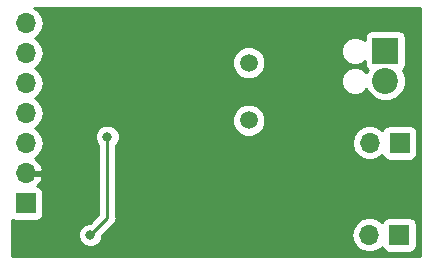
<source format=gbl>
G04 #@! TF.GenerationSoftware,KiCad,Pcbnew,(5.0.1)-4*
G04 #@! TF.CreationDate,2018-11-19T23:15:06-05:00*
G04 #@! TF.ProjectId,CAN_Bus_Arduino,43414E5F4275735F41726475696E6F2E,rev?*
G04 #@! TF.SameCoordinates,Original*
G04 #@! TF.FileFunction,Copper,L2,Bot,Signal*
G04 #@! TF.FilePolarity,Positive*
%FSLAX46Y46*%
G04 Gerber Fmt 4.6, Leading zero omitted, Abs format (unit mm)*
G04 Created by KiCad (PCBNEW (5.0.1)-4) date 2018-11-19 11:15:06 PM*
%MOMM*%
%LPD*%
G01*
G04 APERTURE LIST*
G04 #@! TA.AperFunction,ComponentPad*
%ADD10R,2.200000X2.200000*%
G04 #@! TD*
G04 #@! TA.AperFunction,ComponentPad*
%ADD11C,2.200000*%
G04 #@! TD*
G04 #@! TA.AperFunction,ComponentPad*
%ADD12R,1.700000X1.700000*%
G04 #@! TD*
G04 #@! TA.AperFunction,ComponentPad*
%ADD13O,1.700000X1.700000*%
G04 #@! TD*
G04 #@! TA.AperFunction,ComponentPad*
%ADD14C,1.500000*%
G04 #@! TD*
G04 #@! TA.AperFunction,ViaPad*
%ADD15C,0.800000*%
G04 #@! TD*
G04 #@! TA.AperFunction,Conductor*
%ADD16C,0.250000*%
G04 #@! TD*
G04 #@! TA.AperFunction,Conductor*
%ADD17C,0.254000*%
G04 #@! TD*
G04 APERTURE END LIST*
D10*
G04 #@! TO.P,J2,1*
G04 #@! TO.N,Net-(J2-Pad1)*
X236347000Y-105867200D03*
D11*
G04 #@! TO.P,J2,2*
G04 #@! TO.N,Net-(J1-Pad1)*
X236347000Y-108407200D03*
G04 #@! TD*
D12*
G04 #@! TO.P,J1,1*
G04 #@! TO.N,Net-(J1-Pad1)*
X237540800Y-121462800D03*
D13*
G04 #@! TO.P,J1,2*
G04 #@! TO.N,Net-(J1-Pad2)*
X235000800Y-121462800D03*
G04 #@! TD*
G04 #@! TO.P,J3,2*
G04 #@! TO.N,Net-(J2-Pad1)*
X235026200Y-113665000D03*
D12*
G04 #@! TO.P,J3,1*
G04 #@! TO.N,Net-(J1-Pad1)*
X237566200Y-113665000D03*
G04 #@! TD*
G04 #@! TO.P,J4,1*
G04 #@! TO.N,Net-(D1-Pad2)*
X205917800Y-118770400D03*
D13*
G04 #@! TO.P,J4,2*
G04 #@! TO.N,GND*
X205917800Y-116230400D03*
G04 #@! TO.P,J4,3*
G04 #@! TO.N,Net-(J4-Pad3)*
X205917800Y-113690400D03*
G04 #@! TO.P,J4,4*
G04 #@! TO.N,Net-(J4-Pad4)*
X205917800Y-111150400D03*
G04 #@! TO.P,J4,5*
G04 #@! TO.N,Net-(J4-Pad5)*
X205917800Y-108610400D03*
G04 #@! TO.P,J4,6*
G04 #@! TO.N,Net-(J4-Pad6)*
X205917800Y-106070400D03*
G04 #@! TO.P,J4,7*
G04 #@! TO.N,Net-(J4-Pad7)*
X205917800Y-103530400D03*
G04 #@! TD*
D14*
G04 #@! TO.P,Y1,1*
G04 #@! TO.N,Net-(C3-Pad2)*
X224790000Y-111760000D03*
G04 #@! TO.P,Y1,2*
G04 #@! TO.N,Net-(C4-Pad2)*
X224790000Y-106880000D03*
G04 #@! TD*
D15*
G04 #@! TO.N,GND*
X208407000Y-102641400D03*
X221462600Y-102590600D03*
X238683800Y-102895400D03*
X229844600Y-102590600D03*
X230098600Y-109347000D03*
X230149400Y-115392200D03*
X207900000Y-115100000D03*
X211400000Y-119100000D03*
X207700000Y-121700000D03*
X216100000Y-121800000D03*
X220700000Y-119700000D03*
X223400000Y-122200000D03*
X216700000Y-113500000D03*
X216700000Y-105600000D03*
X228725000Y-122425000D03*
G04 #@! TO.N,Net-(R3-Pad1)*
X211378800Y-121462800D03*
X212826600Y-113157000D03*
G04 #@! TD*
D16*
G04 #@! TO.N,Net-(R3-Pad1)*
X212826600Y-120015000D02*
X212826600Y-113157000D01*
X211378800Y-121462800D02*
X212826600Y-120015000D01*
G04 #@! TD*
D17*
G04 #@! TO.N,GND*
G36*
X239265001Y-123265000D02*
X204735000Y-123265000D01*
X204735000Y-121256926D01*
X210343800Y-121256926D01*
X210343800Y-121668674D01*
X210501369Y-122049080D01*
X210792520Y-122340231D01*
X211172926Y-122497800D01*
X211584674Y-122497800D01*
X211965080Y-122340231D01*
X212256231Y-122049080D01*
X212413800Y-121668674D01*
X212413800Y-121502602D01*
X212453602Y-121462800D01*
X233486708Y-121462800D01*
X233601961Y-122042218D01*
X233930175Y-122533425D01*
X234421382Y-122861639D01*
X234854544Y-122947800D01*
X235147056Y-122947800D01*
X235580218Y-122861639D01*
X236071425Y-122533425D01*
X236083616Y-122515181D01*
X236092643Y-122560565D01*
X236232991Y-122770609D01*
X236443035Y-122910957D01*
X236690800Y-122960240D01*
X238390800Y-122960240D01*
X238638565Y-122910957D01*
X238848609Y-122770609D01*
X238988957Y-122560565D01*
X239038240Y-122312800D01*
X239038240Y-120612800D01*
X238988957Y-120365035D01*
X238848609Y-120154991D01*
X238638565Y-120014643D01*
X238390800Y-119965360D01*
X236690800Y-119965360D01*
X236443035Y-120014643D01*
X236232991Y-120154991D01*
X236092643Y-120365035D01*
X236083616Y-120410419D01*
X236071425Y-120392175D01*
X235580218Y-120063961D01*
X235147056Y-119977800D01*
X234854544Y-119977800D01*
X234421382Y-120063961D01*
X233930175Y-120392175D01*
X233601961Y-120883382D01*
X233486708Y-121462800D01*
X212453602Y-121462800D01*
X213311076Y-120605327D01*
X213374529Y-120562929D01*
X213416927Y-120499476D01*
X213416929Y-120499474D01*
X213542503Y-120311538D01*
X213542504Y-120311537D01*
X213586600Y-120089852D01*
X213586600Y-120089848D01*
X213601488Y-120015001D01*
X213586600Y-119940154D01*
X213586600Y-113860711D01*
X213704031Y-113743280D01*
X213736455Y-113665000D01*
X233512108Y-113665000D01*
X233627361Y-114244418D01*
X233955575Y-114735625D01*
X234446782Y-115063839D01*
X234879944Y-115150000D01*
X235172456Y-115150000D01*
X235605618Y-115063839D01*
X236096825Y-114735625D01*
X236109016Y-114717381D01*
X236118043Y-114762765D01*
X236258391Y-114972809D01*
X236468435Y-115113157D01*
X236716200Y-115162440D01*
X238416200Y-115162440D01*
X238663965Y-115113157D01*
X238874009Y-114972809D01*
X239014357Y-114762765D01*
X239063640Y-114515000D01*
X239063640Y-112815000D01*
X239014357Y-112567235D01*
X238874009Y-112357191D01*
X238663965Y-112216843D01*
X238416200Y-112167560D01*
X236716200Y-112167560D01*
X236468435Y-112216843D01*
X236258391Y-112357191D01*
X236118043Y-112567235D01*
X236109016Y-112612619D01*
X236096825Y-112594375D01*
X235605618Y-112266161D01*
X235172456Y-112180000D01*
X234879944Y-112180000D01*
X234446782Y-112266161D01*
X233955575Y-112594375D01*
X233627361Y-113085582D01*
X233512108Y-113665000D01*
X213736455Y-113665000D01*
X213861600Y-113362874D01*
X213861600Y-112951126D01*
X213704031Y-112570720D01*
X213412880Y-112279569D01*
X213032474Y-112122000D01*
X212620726Y-112122000D01*
X212240320Y-112279569D01*
X211949169Y-112570720D01*
X211791600Y-112951126D01*
X211791600Y-113362874D01*
X211949169Y-113743280D01*
X212066601Y-113860712D01*
X212066600Y-119700197D01*
X211338998Y-120427800D01*
X211172926Y-120427800D01*
X210792520Y-120585369D01*
X210501369Y-120876520D01*
X210343800Y-121256926D01*
X204735000Y-121256926D01*
X204735000Y-120161738D01*
X204820035Y-120218557D01*
X205067800Y-120267840D01*
X206767800Y-120267840D01*
X207015565Y-120218557D01*
X207225609Y-120078209D01*
X207365957Y-119868165D01*
X207415240Y-119620400D01*
X207415240Y-117920400D01*
X207365957Y-117672635D01*
X207225609Y-117462591D01*
X207015565Y-117322243D01*
X206912092Y-117301661D01*
X207189445Y-116997324D01*
X207359276Y-116587290D01*
X207237955Y-116357400D01*
X206044800Y-116357400D01*
X206044800Y-116377400D01*
X205790800Y-116377400D01*
X205790800Y-116357400D01*
X205770800Y-116357400D01*
X205770800Y-116103400D01*
X205790800Y-116103400D01*
X205790800Y-116083400D01*
X206044800Y-116083400D01*
X206044800Y-116103400D01*
X207237955Y-116103400D01*
X207359276Y-115873510D01*
X207189445Y-115463476D01*
X206799158Y-115035217D01*
X206669322Y-114974243D01*
X206988425Y-114761025D01*
X207316639Y-114269818D01*
X207431892Y-113690400D01*
X207316639Y-113110982D01*
X206988425Y-112619775D01*
X206690039Y-112420400D01*
X206988425Y-112221025D01*
X207316639Y-111729818D01*
X207365434Y-111484506D01*
X223405000Y-111484506D01*
X223405000Y-112035494D01*
X223615853Y-112544540D01*
X224005460Y-112934147D01*
X224514506Y-113145000D01*
X225065494Y-113145000D01*
X225574540Y-112934147D01*
X225964147Y-112544540D01*
X226175000Y-112035494D01*
X226175000Y-111484506D01*
X225964147Y-110975460D01*
X225574540Y-110585853D01*
X225065494Y-110375000D01*
X224514506Y-110375000D01*
X224005460Y-110585853D01*
X223615853Y-110975460D01*
X223405000Y-111484506D01*
X207365434Y-111484506D01*
X207431892Y-111150400D01*
X207316639Y-110570982D01*
X206988425Y-110079775D01*
X206690039Y-109880400D01*
X206988425Y-109681025D01*
X207316639Y-109189818D01*
X207431892Y-108610400D01*
X207316639Y-108030982D01*
X206988425Y-107539775D01*
X206690039Y-107340400D01*
X206988425Y-107141025D01*
X207316639Y-106649818D01*
X207325652Y-106604506D01*
X223405000Y-106604506D01*
X223405000Y-107155494D01*
X223615853Y-107664540D01*
X224005460Y-108054147D01*
X224514506Y-108265000D01*
X225065494Y-108265000D01*
X225574540Y-108054147D01*
X225964147Y-107664540D01*
X226175000Y-107155494D01*
X226175000Y-106604506D01*
X225964147Y-106095460D01*
X225574540Y-105705853D01*
X225395009Y-105631489D01*
X232622000Y-105631489D01*
X232622000Y-106102911D01*
X232802405Y-106538449D01*
X233135751Y-106871795D01*
X233571289Y-107052200D01*
X234042711Y-107052200D01*
X234478249Y-106871795D01*
X234599560Y-106750484D01*
X234599560Y-106967200D01*
X234648843Y-107214965D01*
X234789191Y-107425009D01*
X234857093Y-107470380D01*
X234765983Y-107690339D01*
X234478249Y-107402605D01*
X234042711Y-107222200D01*
X233571289Y-107222200D01*
X233135751Y-107402605D01*
X232802405Y-107735951D01*
X232622000Y-108171489D01*
X232622000Y-108642911D01*
X232802405Y-109078449D01*
X233135751Y-109411795D01*
X233571289Y-109592200D01*
X234042711Y-109592200D01*
X234478249Y-109411795D01*
X234765983Y-109124061D01*
X234876138Y-109389999D01*
X235364201Y-109878062D01*
X236001887Y-110142200D01*
X236692113Y-110142200D01*
X237329799Y-109878062D01*
X237817862Y-109389999D01*
X238082000Y-108752313D01*
X238082000Y-108062087D01*
X237836907Y-107470380D01*
X237904809Y-107425009D01*
X238045157Y-107214965D01*
X238094440Y-106967200D01*
X238094440Y-104767200D01*
X238045157Y-104519435D01*
X237904809Y-104309391D01*
X237694765Y-104169043D01*
X237447000Y-104119760D01*
X235247000Y-104119760D01*
X234999235Y-104169043D01*
X234789191Y-104309391D01*
X234648843Y-104519435D01*
X234599560Y-104767200D01*
X234599560Y-104983916D01*
X234478249Y-104862605D01*
X234042711Y-104682200D01*
X233571289Y-104682200D01*
X233135751Y-104862605D01*
X232802405Y-105195951D01*
X232622000Y-105631489D01*
X225395009Y-105631489D01*
X225065494Y-105495000D01*
X224514506Y-105495000D01*
X224005460Y-105705853D01*
X223615853Y-106095460D01*
X223405000Y-106604506D01*
X207325652Y-106604506D01*
X207431892Y-106070400D01*
X207316639Y-105490982D01*
X206988425Y-104999775D01*
X206690039Y-104800400D01*
X206988425Y-104601025D01*
X207316639Y-104109818D01*
X207431892Y-103530400D01*
X207316639Y-102950982D01*
X206988425Y-102459775D01*
X206652025Y-102235000D01*
X239265000Y-102235000D01*
X239265001Y-123265000D01*
X239265001Y-123265000D01*
G37*
X239265001Y-123265000D02*
X204735000Y-123265000D01*
X204735000Y-121256926D01*
X210343800Y-121256926D01*
X210343800Y-121668674D01*
X210501369Y-122049080D01*
X210792520Y-122340231D01*
X211172926Y-122497800D01*
X211584674Y-122497800D01*
X211965080Y-122340231D01*
X212256231Y-122049080D01*
X212413800Y-121668674D01*
X212413800Y-121502602D01*
X212453602Y-121462800D01*
X233486708Y-121462800D01*
X233601961Y-122042218D01*
X233930175Y-122533425D01*
X234421382Y-122861639D01*
X234854544Y-122947800D01*
X235147056Y-122947800D01*
X235580218Y-122861639D01*
X236071425Y-122533425D01*
X236083616Y-122515181D01*
X236092643Y-122560565D01*
X236232991Y-122770609D01*
X236443035Y-122910957D01*
X236690800Y-122960240D01*
X238390800Y-122960240D01*
X238638565Y-122910957D01*
X238848609Y-122770609D01*
X238988957Y-122560565D01*
X239038240Y-122312800D01*
X239038240Y-120612800D01*
X238988957Y-120365035D01*
X238848609Y-120154991D01*
X238638565Y-120014643D01*
X238390800Y-119965360D01*
X236690800Y-119965360D01*
X236443035Y-120014643D01*
X236232991Y-120154991D01*
X236092643Y-120365035D01*
X236083616Y-120410419D01*
X236071425Y-120392175D01*
X235580218Y-120063961D01*
X235147056Y-119977800D01*
X234854544Y-119977800D01*
X234421382Y-120063961D01*
X233930175Y-120392175D01*
X233601961Y-120883382D01*
X233486708Y-121462800D01*
X212453602Y-121462800D01*
X213311076Y-120605327D01*
X213374529Y-120562929D01*
X213416927Y-120499476D01*
X213416929Y-120499474D01*
X213542503Y-120311538D01*
X213542504Y-120311537D01*
X213586600Y-120089852D01*
X213586600Y-120089848D01*
X213601488Y-120015001D01*
X213586600Y-119940154D01*
X213586600Y-113860711D01*
X213704031Y-113743280D01*
X213736455Y-113665000D01*
X233512108Y-113665000D01*
X233627361Y-114244418D01*
X233955575Y-114735625D01*
X234446782Y-115063839D01*
X234879944Y-115150000D01*
X235172456Y-115150000D01*
X235605618Y-115063839D01*
X236096825Y-114735625D01*
X236109016Y-114717381D01*
X236118043Y-114762765D01*
X236258391Y-114972809D01*
X236468435Y-115113157D01*
X236716200Y-115162440D01*
X238416200Y-115162440D01*
X238663965Y-115113157D01*
X238874009Y-114972809D01*
X239014357Y-114762765D01*
X239063640Y-114515000D01*
X239063640Y-112815000D01*
X239014357Y-112567235D01*
X238874009Y-112357191D01*
X238663965Y-112216843D01*
X238416200Y-112167560D01*
X236716200Y-112167560D01*
X236468435Y-112216843D01*
X236258391Y-112357191D01*
X236118043Y-112567235D01*
X236109016Y-112612619D01*
X236096825Y-112594375D01*
X235605618Y-112266161D01*
X235172456Y-112180000D01*
X234879944Y-112180000D01*
X234446782Y-112266161D01*
X233955575Y-112594375D01*
X233627361Y-113085582D01*
X233512108Y-113665000D01*
X213736455Y-113665000D01*
X213861600Y-113362874D01*
X213861600Y-112951126D01*
X213704031Y-112570720D01*
X213412880Y-112279569D01*
X213032474Y-112122000D01*
X212620726Y-112122000D01*
X212240320Y-112279569D01*
X211949169Y-112570720D01*
X211791600Y-112951126D01*
X211791600Y-113362874D01*
X211949169Y-113743280D01*
X212066601Y-113860712D01*
X212066600Y-119700197D01*
X211338998Y-120427800D01*
X211172926Y-120427800D01*
X210792520Y-120585369D01*
X210501369Y-120876520D01*
X210343800Y-121256926D01*
X204735000Y-121256926D01*
X204735000Y-120161738D01*
X204820035Y-120218557D01*
X205067800Y-120267840D01*
X206767800Y-120267840D01*
X207015565Y-120218557D01*
X207225609Y-120078209D01*
X207365957Y-119868165D01*
X207415240Y-119620400D01*
X207415240Y-117920400D01*
X207365957Y-117672635D01*
X207225609Y-117462591D01*
X207015565Y-117322243D01*
X206912092Y-117301661D01*
X207189445Y-116997324D01*
X207359276Y-116587290D01*
X207237955Y-116357400D01*
X206044800Y-116357400D01*
X206044800Y-116377400D01*
X205790800Y-116377400D01*
X205790800Y-116357400D01*
X205770800Y-116357400D01*
X205770800Y-116103400D01*
X205790800Y-116103400D01*
X205790800Y-116083400D01*
X206044800Y-116083400D01*
X206044800Y-116103400D01*
X207237955Y-116103400D01*
X207359276Y-115873510D01*
X207189445Y-115463476D01*
X206799158Y-115035217D01*
X206669322Y-114974243D01*
X206988425Y-114761025D01*
X207316639Y-114269818D01*
X207431892Y-113690400D01*
X207316639Y-113110982D01*
X206988425Y-112619775D01*
X206690039Y-112420400D01*
X206988425Y-112221025D01*
X207316639Y-111729818D01*
X207365434Y-111484506D01*
X223405000Y-111484506D01*
X223405000Y-112035494D01*
X223615853Y-112544540D01*
X224005460Y-112934147D01*
X224514506Y-113145000D01*
X225065494Y-113145000D01*
X225574540Y-112934147D01*
X225964147Y-112544540D01*
X226175000Y-112035494D01*
X226175000Y-111484506D01*
X225964147Y-110975460D01*
X225574540Y-110585853D01*
X225065494Y-110375000D01*
X224514506Y-110375000D01*
X224005460Y-110585853D01*
X223615853Y-110975460D01*
X223405000Y-111484506D01*
X207365434Y-111484506D01*
X207431892Y-111150400D01*
X207316639Y-110570982D01*
X206988425Y-110079775D01*
X206690039Y-109880400D01*
X206988425Y-109681025D01*
X207316639Y-109189818D01*
X207431892Y-108610400D01*
X207316639Y-108030982D01*
X206988425Y-107539775D01*
X206690039Y-107340400D01*
X206988425Y-107141025D01*
X207316639Y-106649818D01*
X207325652Y-106604506D01*
X223405000Y-106604506D01*
X223405000Y-107155494D01*
X223615853Y-107664540D01*
X224005460Y-108054147D01*
X224514506Y-108265000D01*
X225065494Y-108265000D01*
X225574540Y-108054147D01*
X225964147Y-107664540D01*
X226175000Y-107155494D01*
X226175000Y-106604506D01*
X225964147Y-106095460D01*
X225574540Y-105705853D01*
X225395009Y-105631489D01*
X232622000Y-105631489D01*
X232622000Y-106102911D01*
X232802405Y-106538449D01*
X233135751Y-106871795D01*
X233571289Y-107052200D01*
X234042711Y-107052200D01*
X234478249Y-106871795D01*
X234599560Y-106750484D01*
X234599560Y-106967200D01*
X234648843Y-107214965D01*
X234789191Y-107425009D01*
X234857093Y-107470380D01*
X234765983Y-107690339D01*
X234478249Y-107402605D01*
X234042711Y-107222200D01*
X233571289Y-107222200D01*
X233135751Y-107402605D01*
X232802405Y-107735951D01*
X232622000Y-108171489D01*
X232622000Y-108642911D01*
X232802405Y-109078449D01*
X233135751Y-109411795D01*
X233571289Y-109592200D01*
X234042711Y-109592200D01*
X234478249Y-109411795D01*
X234765983Y-109124061D01*
X234876138Y-109389999D01*
X235364201Y-109878062D01*
X236001887Y-110142200D01*
X236692113Y-110142200D01*
X237329799Y-109878062D01*
X237817862Y-109389999D01*
X238082000Y-108752313D01*
X238082000Y-108062087D01*
X237836907Y-107470380D01*
X237904809Y-107425009D01*
X238045157Y-107214965D01*
X238094440Y-106967200D01*
X238094440Y-104767200D01*
X238045157Y-104519435D01*
X237904809Y-104309391D01*
X237694765Y-104169043D01*
X237447000Y-104119760D01*
X235247000Y-104119760D01*
X234999235Y-104169043D01*
X234789191Y-104309391D01*
X234648843Y-104519435D01*
X234599560Y-104767200D01*
X234599560Y-104983916D01*
X234478249Y-104862605D01*
X234042711Y-104682200D01*
X233571289Y-104682200D01*
X233135751Y-104862605D01*
X232802405Y-105195951D01*
X232622000Y-105631489D01*
X225395009Y-105631489D01*
X225065494Y-105495000D01*
X224514506Y-105495000D01*
X224005460Y-105705853D01*
X223615853Y-106095460D01*
X223405000Y-106604506D01*
X207325652Y-106604506D01*
X207431892Y-106070400D01*
X207316639Y-105490982D01*
X206988425Y-104999775D01*
X206690039Y-104800400D01*
X206988425Y-104601025D01*
X207316639Y-104109818D01*
X207431892Y-103530400D01*
X207316639Y-102950982D01*
X206988425Y-102459775D01*
X206652025Y-102235000D01*
X239265000Y-102235000D01*
X239265001Y-123265000D01*
G04 #@! TD*
M02*

</source>
